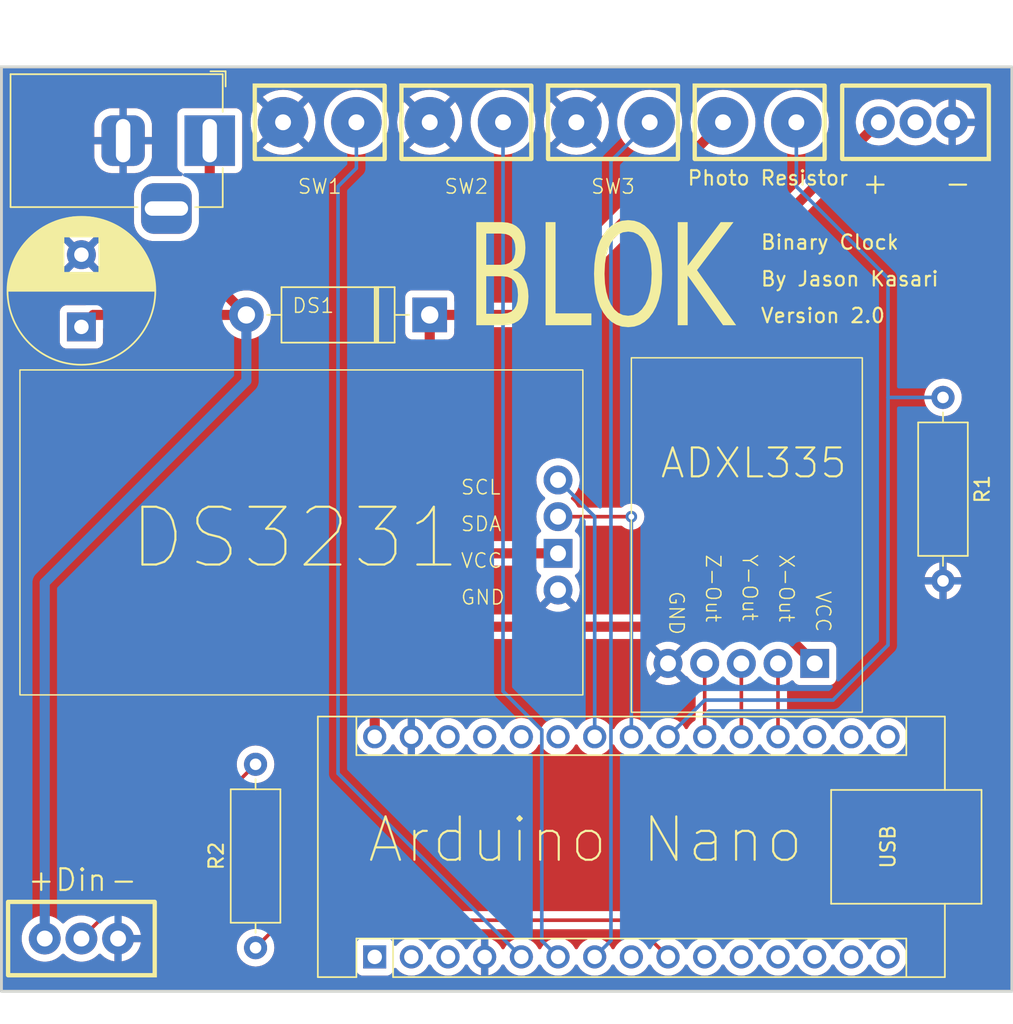
<source format=kicad_pcb>
(kicad_pcb (version 20221018) (generator pcbnew)
  (layers (0 "F.Cu" signal) (31 "B.Cu" signal) (34 "B.Paste" user) (35 "F.Paste" user) (36 "B.SilkS" user "B.Silkscreen") (37 "F.SilkS" user "F.Silkscreen") (38 "B.Mask" user) (39 "F.Mask" user) (44 "Edge.Cuts" user))
  (net 0 "")
  (net 4 "GND")
  (net 6 "/MTRX_DATA")
  (net 16 "/PR_DATA")
  (net 17 "/SDA")
  (net 18 "/SCL")
  (net 23 "/5v_VIN")
  (net 24 "Net-(WS1-Data)")
  (net 26 "/BTN1")
  (net 27 "/BTN2")
  (net 28 "/BTN3")
  (net 29 "/XOUT")
  (net 30 "/YOUT")
  (net 31 "/ZOUT")
  (footprint "Resistor_THT:R_Axial_DIN0309_L9.0mm_D3.2mm_P12.70mm_Horizontal" (layer "F.Cu") (at 141.605 133.985 90)
    (fp_text reference "R2" (at 6.35 -2.72 90) (layer "F.SilkS"))
    (fp_text value "R")
    (fp_line (start 1.04 0) (end 1.73 0) (stroke (width 0.12)) (layer "F.SilkS"))
    (fp_line (start 1.73 -1.72) (end 1.73 1.72) (stroke (width 0.12)) (layer "F.SilkS"))
    (fp_line (start 1.73 1.72) (end 10.97 1.72) (stroke (width 0.12)) (layer "F.SilkS"))
    (fp_line (start 10.97 -1.72) (end 1.73 -1.72) (stroke (width 0.12)) (layer "F.SilkS"))
    (fp_line (start 10.97 1.72) (end 10.97 -1.72) (stroke (width 0.12)) (layer "F.SilkS"))
    (fp_line (start 11.66 0) (end 10.97 0) (stroke (width 0.12)) (layer "F.SilkS"))
    (pad "1" thru_hole circle (at 0 0 90) (size 1.6 1.6) (drill 0.8) (layers "*.Cu" "*.Mask") (net 6 "/MTRX_DATA"))
    (pad "2" thru_hole oval (at 12.7 0 90) (size 1.6 1.6) (drill 0.8) (layers "*.Cu" "*.Mask") (net 24 "Net-(WS1-Data)"))
  )
  (footprint "system_boards:double_solder_pad" (layer "F.Cu") (at 146.05 76.835)
    (fp_text reference "SW1" (at 0 4.445 unlocked) (layer "F.SilkS") (effects (font (thickness 0.1))))
    (fp_text value "button_1")
    (fp_rect (start -4.5 -2.54) (end 4.5 2.54) (stroke (width 0.3)) (fill none) (layer "F.SilkS"))
    (pad "1" thru_hole circle (at -2.54 0 90) (size 3.5 3.5) (drill 1.1) (layers "*.Cu" "*.Mask") (net 4 "GND"))
    (pad "2" thru_hole circle (at 2.54 0 90) (size 3.5 3.5) (drill 1.1) (layers "*.Cu" "*.Mask") (net 26 "/BTN1"))
  )
  (footprint "system_boards:double_solder_pad" (layer "F.Cu") (at 176.53 76.835)
    (fp_text reference "PR1" hide)
    (fp_text value "~")
    (fp_rect (start -4.5 -2.54) (end 4.5 2.54) (stroke (width 0.3)) (fill none) (layer "F.SilkS"))
    (pad "1" thru_hole circle (at -2.54 0 90) (size 3.5 3.5) (drill 1.1) (layers "*.Cu" "*.Mask") (net 23 "/5v_VIN"))
    (pad "2" thru_hole circle (at 2.54 0 90) (size 3.5 3.5) (drill 1.1) (layers "*.Cu" "*.Mask") (net 16 "/PR_DATA"))
  )
  (footprint "Diode_THT:D_DO-15_P12.70mm_Horizontal" (layer "F.Cu") (at 153.67 90.17 180)
    (fp_text reference "D1" hide)
    (fp_text value "D")
    (fp_line (start 1.44 0) (end 2.43 0) (stroke (width 0.12)) (layer "F.SilkS"))
    (fp_line (start 2.43 -1.92) (end 2.43 1.92) (stroke (width 0.12)) (layer "F.SilkS"))
    (fp_line (start 2.43 1.92) (end 10.27 1.92) (stroke (width 0.12)) (layer "F.SilkS"))
    (fp_line (start 3.57 -1.92) (end 3.57 1.92) (stroke (width 0.12)) (layer "F.SilkS"))
    (fp_line (start 3.69 -1.92) (end 3.69 1.92) (stroke (width 0.12)) (layer "F.SilkS"))
    (fp_line (start 3.81 -1.92) (end 3.81 1.92) (stroke (width 0.12)) (layer "F.SilkS"))
    (fp_line (start 10.27 -1.92) (end 2.43 -1.92) (stroke (width 0.12)) (layer "F.SilkS"))
    (fp_line (start 10.27 1.92) (end 10.27 -1.92) (stroke (width 0.12)) (layer "F.SilkS"))
    (fp_line (start 11.26 0) (end 10.27 0) (stroke (width 0.12)) (layer "F.SilkS"))
    (pad "1" thru_hole rect (at 0 0 180) (size 2.4 2.4) (drill 1.2) (layers "*.Cu" "*.Mask") (net 23 "/5v_VIN"))
    (pad "2" thru_hole oval (at 12.7 0 180) (size 2.4 2.4) (drill 1.2) (layers "*.Cu" "*.Mask") (net 23 "/5v_VIN"))
  )
  (footprint "Capacitor_THT:CP_Radial_D10.0mm_P5.00mm" (layer "F.Cu") (at 129.54 91 90)
    (fp_text reference "C1" hide)
    (fp_text value "C")
    (fp_line (start 2.5 -5.08) (end 2.5 5.08) (stroke (width 0.12)) (layer "F.SilkS"))
    (fp_line (start 2.54 -5.08) (end 2.54 5.08) (stroke (width 0.12)) (layer "F.SilkS"))
    (fp_line (start 2.58 -5.08) (end 2.58 5.08) (stroke (width 0.12)) (layer "F.SilkS"))
    (fp_line (start 2.62 -5.079) (end 2.62 5.079) (stroke (width 0.12)) (layer "F.SilkS"))
    (fp_line (start 2.66 -5.078) (end 2.66 5.078) (stroke (width 0.12)) (layer "F.SilkS"))
    (fp_line (start 2.7 -5.077) (end 2.7 5.077) (stroke (width 0.12)) (layer "F.SilkS"))
    (fp_line (start 2.74 -5.075) (end 2.74 5.075) (stroke (width 0.12)) (layer "F.SilkS"))
    (fp_line (start 2.78 -5.073) (end 2.78 5.073) (stroke (width 0.12)) (layer "F.SilkS"))
    (fp_line (start 2.82 -5.07) (end 2.82 5.07) (stroke (width 0.12)) (layer "F.SilkS"))
    (fp_line (start 2.86 -5.068) (end 2.86 5.068) (stroke (width 0.12)) (layer "F.SilkS"))
    (fp_line (start 2.9 -5.065) (end 2.9 5.065) (stroke (width 0.12)) (layer "F.SilkS"))
    (fp_line (start 2.94 -5.062) (end 2.94 5.062) (stroke (width 0.12)) (layer "F.SilkS"))
    (fp_line (start 2.98 -5.058) (end 2.98 5.058) (stroke (width 0.12)) (layer "F.SilkS"))
    (fp_line (start 3.02 -5.054) (end 3.02 5.054) (stroke (width 0.12)) (layer "F.SilkS"))
    (fp_line (start 3.06 -5.05) (end 3.06 5.05) (stroke (width 0.12)) (layer "F.SilkS"))
    (fp_line (start 3.1 -5.045) (end 3.1 5.045) (stroke (width 0.12)) (layer "F.SilkS"))
    (fp_line (start 3.14 -5.04) (end 3.14 5.04) (stroke (width 0.12)) (layer "F.SilkS"))
    (fp_line (start 3.18 -5.035) (end 3.18 5.035) (stroke (width 0.12)) (layer "F.SilkS"))
    (fp_line (start 3.221 -5.03) (end 3.221 5.03) (stroke (width 0.12)) (layer "F.SilkS"))
    (fp_line (start 3.261 -5.024) (end 3.261 5.024) (stroke (width 0.12)) (layer "F.SilkS"))
    (fp_line (start 3.301 -5.018) (end 3.301 5.018) (stroke (width 0.12)) (layer "F.SilkS"))
    (fp_line (start 3.341 -5.011) (end 3.341 5.011) (stroke (width 0.12)) (layer "F.SilkS"))
    (fp_line (start 3.381 -5.004) (end 3.381 5.004) (stroke (width 0.12)) (layer "F.SilkS"))
    (fp_line (start 3.421 -4.997) (end 3.421 4.997) (stroke (width 0.12)) (layer "F.SilkS"))
    (fp_line (start 3.461 -4.99) (end 3.461 4.99) (stroke (width 0.12)) (layer "F.SilkS"))
    (fp_line (start 3.501 -4.982) (end 3.501 4.982) (stroke (width 0.12)) (layer "F.SilkS"))
    (fp_line (start 3.541 -4.974) (end 3.541 4.974) (stroke (width 0.12)) (layer "F.SilkS"))
    (fp_line (start 3.581 -4.965) (end 3.581 4.965) (stroke (width 0.12)) (layer "F.SilkS"))
    (fp_line (start 3.621 -4.956) (end 3.621 4.956) (stroke (width 0.12)) (layer "F.SilkS"))
    (fp_line (start 3.661 -4.947) (end 3.661 4.947) (stroke (width 0.12)) (layer "F.SilkS"))
    (fp_line (start 3.701 -4.938) (end 3.701 4.938) (stroke (width 0.12)) (layer "F.SilkS"))
    (fp_line (start 3.741 -4.928) (end 3.741 4.928) (stroke (width 0.12)) (layer "F.SilkS"))
    (fp_line (start 3.781 -4.918) (end 3.781 -1.241) (stroke (width 0.12)) (layer "F.SilkS"))
    (fp_line (start 3.781 1.241) (end 3.781 4.918) (stroke (width 0.12)) (layer "F.SilkS"))
    (fp_line (start 3.821 -4.907) (end 3.821 -1.241) (stroke (width 0.12)) (layer "F.SilkS"))
    (fp_line (start 3.821 1.241) (end 3.821 4.907) (stroke (width 0.12)) (layer "F.SilkS"))
    (fp_line (start 3.861 -4.897) (end 3.861 -1.241) (stroke (width 0.12)) (layer "F.SilkS"))
    (fp_line (start 3.861 1.241) (end 3.861 4.897) (stroke (width 0.12)) (layer "F.SilkS"))
    (fp_line (start 3.901 -4.885) (end 3.901 -1.241) (stroke (width 0.12)) (layer "F.SilkS"))
    (fp_line (start 3.901 1.241) (end 3.901 4.885) (stroke (width 0.12)) (layer "F.SilkS"))
    (fp_line (start 3.941 -4.874) (end 3.941 -1.241) (stroke (width 0.12)) (layer "F.SilkS"))
    (fp_line (start 3.941 1.241) (end 3.941 4.874) (stroke (width 0.12)) (layer "F.SilkS"))
    (fp_line (start 3.981 -4.862) (end 3.981 -1.241) (stroke (width 0.12)) (layer "F.SilkS"))
    (fp_line (start 3.981 1.241) (end 3.981 4.862) (stroke (width 0.12)) (layer "F.SilkS"))
    (fp_line (start 4.021 -4.85) (end 4.021 -1.241) (stroke (width 0.12)) (layer "F.SilkS"))
    (fp_line (start 4.021 1.241) (end 4.021 4.85) (stroke (width 0.12)) (layer "F.SilkS"))
    (fp_line (start 4.061 -4.837) (end 4.061 -1.241) (stroke (width 0.12)) (layer "F.SilkS"))
    (fp_line (start 4.061 1.241) (end 4.061 4.837) (stroke (width 0.12)) (layer "F.SilkS"))
    (fp_line (start 4.101 -4.824) (end 4.101 -1.241) (stroke (width 0.12)) (layer "F.SilkS"))
    (fp_line (start 4.101 1.241) (end 4.101 4.824) (stroke (width 0.12)) (layer "F.SilkS"))
    (fp_line (start 4.141 -4.811) (end 4.141 -1.241) (stroke (width 0.12)) (layer "F.SilkS"))
    (fp_line (start 4.141 1.241) (end 4.141 4.811) (stroke (width 0.12)) (layer "F.SilkS"))
    (fp_line (start 4.181 -4.797) (end 4.181 -1.241) (stroke (width 0.12)) (layer "F.SilkS"))
    (fp_line (start 4.181 1.241) (end 4.181 4.797) (stroke (width 0.12)) (layer "F.SilkS"))
    (fp_line (start 4.221 -4.783) (end 4.221 -1.241) (stroke (width 0.12)) (layer "F.SilkS"))
    (fp_line (start 4.221 1.241) (end 4.221 4.783) (stroke (width 0.12)) (layer "F.SilkS"))
    (fp_line (start 4.261 -4.768) (end 4.261 -1.241) (stroke (width 0.12)) (layer "F.SilkS"))
    (fp_line (start 4.261 1.241) (end 4.261 4.768) (stroke (width 0.12)) (layer "F.SilkS"))
    (fp_line (start 4.301 -4.754) (end 4.301 -1.241) (stroke (width 0.12)) (layer "F.SilkS"))
    (fp_line (start 4.301 1.241) (end 4.301 4.754) (stroke (width 0.12)) (layer "F.SilkS"))
    (fp_line (start 4.341 -4.738) (end 4.341 -1.241) (stroke (width 0.12)) (layer "F.SilkS"))
    (fp_line (start 4.341 1.241) (end 4.341 4.738) (stroke (width 0.12)) (layer "F.SilkS"))
    (fp_line (start 4.381 -4.723) (end 4.381 -1.241) (stroke (width 0.12)) (layer "F.SilkS"))
    (fp_line (start 4.381 1.241) (end 4.381 4.723) (stroke (width 0.12)) (layer "F.SilkS"))
    (fp_line (start 4.421 -4.707) (end 4.421 -1.241) (stroke (width 0.12)) (layer "F.SilkS"))
    (fp_line (start 4.421 1.241) (end 4.421 4.707) (stroke (width 0.12)) (layer "F.SilkS"))
    (fp_line (start 4.461 -4.69) (end 4.461 -1.241) (stroke (width 0.12)) (layer "F.SilkS"))
    (fp_line (start 4.461 1.241) (end 4.461 4.69) (stroke (width 0.12)) (layer "F.SilkS"))
    (fp_line (start 4.501 -4.674) (end 4.501 -1.241) (stroke (width 0.12)) (layer "F.SilkS"))
    (fp_line (start 4.501 1.241) (end 4.501 4.674) (stroke (width 0.12)) (layer "F.SilkS"))
    (fp_line (start 4.541 -4.657) (end 4.541 -1.241) (stroke (width 0.12)) (layer "F.SilkS"))
    (fp_line (start 4.541 1.241) (end 4.541 4.657) (stroke (width 0.12)) (layer "F.SilkS"))
    (fp_line (start 4.581 -4.639) (end 4.581 -1.241) (stroke (width 0.12)) (layer "F.SilkS"))
    (fp_line (start 4.581 1.241) (end 4.581 4.639) (stroke (width 0.12)) (layer "F.SilkS"))
    (fp_line (start 4.621 -4.621) (end 4.621 -1.241) (stroke (width 0.12)) (layer "F.SilkS"))
    (fp_line (start 4.621 1.241) (end 4.621 4.621) (stroke (width 0.12)) (layer "F.SilkS"))
    (fp_line (start 4.661 -4.603) (end 4.661 -1.241) (stroke (width 0.12)) (layer "F.SilkS"))
    (fp_line (start 4.661 1.241) (end 4.661 4.603) (stroke (width 0.12)) (layer "F.SilkS"))
    (fp_line (start 4.701 -4.584) (end 4.701 -1.241) (stroke (width 0.12)) (layer "F.SilkS"))
    (fp_line (start 4.701 1.241) (end 4.701 4.584) (stroke (width 0.12)) (layer "F.SilkS"))
    (fp_line (start 4.741 -4.564) (end 4.741 -1.241) (stroke (width 0.12)) (layer "F.SilkS"))
    (fp_line (start 4.741 1.241) (end 4.741 4.564) (stroke (width 0.12)) (layer "F.SilkS"))
    (fp_line (start 4.781 -4.545) (end 4.781 -1.241) (stroke (width 0.12)) (layer "F.SilkS"))
    (fp_line (start 4.781 1.241) (end 4.781 4.545) (stroke (width 0.12)) (layer "F.SilkS"))
    (fp_line (start 4.821 -4.525) (end 4.821 -1.241) (stroke (width 0.12)) (layer "F.SilkS"))
    (fp_line (start 4.821 1.241) (end 4.821 4.525) (stroke (width 0.12)) (layer "F.SilkS"))
    (fp_line (start 4.861 -4.504) (end 4.861 -1.241) (stroke (width 0.12)) (layer "F.SilkS"))
    (fp_line (start 4.861 1.241) (end 4.861 4.504) (stroke (width 0.12)) (layer "F.SilkS"))
    (fp_line (start 4.901 -4.483) (end 4.901 -1.241) (stroke (width 0.12)) (layer "F.SilkS"))
    (fp_line (start 4.901 1.241) (end 4.901 4.483) (stroke (width 0.12)) (layer "F.SilkS"))
    (fp_line (start 4.941 -4.462) (end 4.941 -1.241) (stroke (width 0.12)) (layer "F.SilkS"))
    (fp_line (start 4.941 1.241) (end 4.941 4.462) (stroke (width 0.12)) (layer "F.SilkS"))
    (fp_line (start 4.981 -4.44) (end 4.981 -1.241) (stroke (width 0.12)) (layer "F.SilkS"))
    (fp_line (start 4.981 1.241) (end 4.981 4.44) (stroke (width 0.12)) (layer "F.SilkS"))
    (fp_line (start 5.021 -4.417) (end 5.021 -1.241) (stroke (width 0.12)) (layer "F.SilkS"))
    (fp_line (start 5.021 1.241) (end 5.021 4.417) (stroke (width 0.12)) (layer "F.SilkS"))
    (fp_line (start 5.061 -4.395) (end 5.061 -1.241) (stroke (width 0.12)) (layer "F.SilkS"))
    (fp_line (start 5.061 1.241) (end 5.061 4.395) (stroke (width 0.12)) (layer "F.SilkS"))
    (fp_line (start 5.101 -4.371) (end 5.101 -1.241) (stroke (width 0.12)) (layer "F.SilkS"))
    (fp_line (start 5.101 1.241) (end 5.101 4.371) (stroke (width 0.12)) (layer "F.SilkS"))
    (fp_line (start 5.141 -4.347) (end 5.141 -1.241) (stroke (width 0.12)) (layer "F.SilkS"))
    (fp_line (start 5.141 1.241) (end 5.141 4.347) (stroke (width 0.12)) (layer "F.SilkS"))
    (fp_line (start 5.181 -4.323) (end 5.181 -1.241) (stroke (width 0.12)) (layer "F.SilkS"))
    (fp_line (start 5.181 1.241) (end 5.181 4.323) (stroke (width 0.12)) (layer "F.SilkS"))
    (fp_line (start 5.221 -4.298) (end 5.221 -1.241) (stroke (width 0.12)) (layer "F.SilkS"))
    (fp_line (start 5.221 1.241) (end 5.221 4.298) (stroke (width 0.12)) (layer "F.SilkS"))
    (fp_line (start 5.261 -4.273) (end 5.261 -1.241) (stroke (width 0.12)) (layer "F.SilkS"))
    (fp_line (start 5.261 1.241) (end 5.261 4.273) (stroke (width 0.12)) (layer "F.SilkS"))
    (fp_line (start 5.301 -4.247) (end 5.301 -1.241) (stroke (width 0.12)) (layer "F.SilkS"))
    (fp_line (start 5.301 1.241) (end 5.301 4.247) (stroke (width 0.12)) (layer "F.SilkS"))
    (fp_line (start 5.341 -4.221) (end 5.341 -1.241) (stroke (width 0.12)) (layer "F.SilkS"))
    (fp_line (start 5.341 1.241) (end 5.341 4.221) (stroke (width 0.12)) (layer "F.SilkS"))
    (fp_line (start 5.381 -4.194) (end 5.381 -1.241) (stroke (width 0.12)) (layer "F.SilkS"))
    (fp_line (start 5.381 1.241) (end 5.381 4.194) (stroke (width 0.12)) (layer "F.SilkS"))
    (fp_line (start 5.421 -4.166) (end 5.421 -1.241) (stroke (width 0.12)) (layer "F.SilkS"))
    (fp_line (start 5.421 1.241) (end 5.421 4.166) (stroke (width 0.12)) (layer "F.SilkS"))
    (fp_line (start 5.461 -4.138) (end 5.461 -1.241) (stroke (width 0.12)) (layer "F.SilkS"))
    (fp_line (start 5.461 1.241) (end 5.461 4.138) (stroke (width 0.12)) (layer "F.SilkS"))
    (fp_line (start 5.501 -4.11) (end 5.501 -1.241) (stroke (width 0.12)) (layer "F.SilkS"))
    (fp_line (start 5.501 1.241) (end 5.501 4.11) (stroke (width 0.12)) (layer "F.SilkS"))
    (fp_line (start 5.541 -4.08) (end 5.541 -1.241) (stroke (width 0.12)) (layer "F.SilkS"))
    (fp_line (start 5.541 1.241) (end 5.541 4.08) (stroke (width 0.12)) (layer "F.SilkS"))
    (fp_line (start 5.581 -4.05) (end 5.581 -1.241) (stroke (width 0.12)) (layer "F.SilkS"))
    (fp_line (start 5.581 1.241) (end 5.581 4.05) (stroke (width 0.12)) (layer "F.SilkS"))
    (fp_line (start 5.621 -4.02) (end 5.621 -1.241) (stroke (width 0.12)) (layer "F.SilkS"))
    (fp_line (start 5.621 1.241) (end 5.621 4.02) (stroke (width 0.12)) (layer "F.SilkS"))
    (fp_line (start 5.661 -3.989) (end 5.661 -1.241) (stroke (width 0.12)) (layer "F.SilkS"))
    (fp_line (start 5.661 1.241) (end 5.661 3.989) (stroke (width 0.12)) (layer "F.SilkS"))
    (fp_line (start 5.701 -3.957) (end 5.701 -1.241) (stroke (width 0.12)) (layer "F.SilkS"))
    (fp_line (start 5.701 1.241) (end 5.701 3.957) (stroke (width 0.12)) (layer "F.SilkS"))
    (fp_line (start 5.741 -3.925) (end 5.741 -1.241) (stroke (width 0.12)) (layer "F.SilkS"))
    (fp_line (start 5.741 1.241) (end 5.741 3.925) (stroke (width 0.12)) (layer "F.SilkS"))
    (fp_line (start 5.781 -3.892) (end 5.781 -1.241) (stroke (width 0.12)) (layer "F.SilkS"))
    (fp_line (start 5.781 1.241) (end 5.781 3.892) (stroke (width 0.12)) (layer "F.SilkS"))
    (fp_line (start 5.821 -3.858) (end 5.821 -1.241) (stroke (width 0.12)) (layer "F.SilkS"))
    (fp_line (start 5.821 1.241) (end 5.821 3.858) (stroke (width 0.12)) (layer "F.SilkS"))
    (fp_line (start 5.861 -3.824) (end 5.861 -1.241) (stroke (width 0.12)) (layer "F.SilkS"))
    (fp_line (start 5.861 1.241) (end 5.861 3.824) (stroke (width 0.12)) (layer "F.SilkS"))
    (fp_line (start 5.901 -3.789) (end 5.901 -1.241) (stroke (width 0.12)) (layer "F.SilkS"))
    (fp_line (start 5.901 1.241) (end 5.901 3.789) (stroke (width 0.12)) (layer "F.SilkS"))
    (fp_line (start 5.941 -3.753) (end 5.941 -1.241) (stroke (width 0.12)) (layer "F.SilkS"))
    (fp_line (start 5.941 1.241) (end 5.941 3.753) (stroke (width 0.12)) (layer "F.SilkS"))
    (fp_line (start 5.981 -3.716) (end 5.981 -1.241) (stroke (width 0.12)) (layer "F.SilkS"))
    (fp_line (start 5.981 1.241) (end 5.981 3.716) (stroke (width 0.12)) (layer "F.SilkS"))
    (fp_line (start 6.021 -3.679) (end 6.021 -1.241) (stroke (width 0.12)) (layer "F.SilkS"))
    (fp_line (start 6.021 1.241) (end 6.021 3.679) (stroke (width 0.12)) (layer "F.SilkS"))
    (fp_line (start 6.061 -3.64) (end 6.061 -1.241) (stroke (width 0.12)) (layer "F.SilkS"))
    (fp_line (start 6.061 1.241) (end 6.061 3.64) (stroke (width 0.12)) (layer "F.SilkS"))
    (fp_line (start 6.101 -3.601) (end 6.101 -1.241) (stroke (width 0.12)) (layer "F.SilkS"))
    (fp_line (start 6.101 1.241) (end 6.101 3.601) (stroke (width 0.12)) (layer "F.SilkS"))
    (fp_line (start 6.141 -3.561) (end 6.141 -1.241) (stroke (width 0.12)) (layer "F.SilkS"))
    (fp_line (start 6.141 1.241) (end 6.141 3.561) (stroke (width 0.12)) (layer "F.SilkS"))
    (fp_line (start 6.181 -3.52) (end 6.181 -1.241) (stroke (width 0.12)) (layer "F.SilkS"))
    (fp_line (start 6.181 1.241) (end 6.181 3.52) (stroke (width 0.12)) (layer "F.SilkS"))
    (fp_line (start 6.221 -3.478) (end 6.221 -1.241) (stroke (width 0.12)) (layer "F.SilkS"))
    (fp_line (start 6.221 1.241) (end 6.221 3.478) (stroke (width 0.12)) (layer "F.SilkS"))
    (fp_line (start 6.261 -3.436) (end 6.261 3.436) (stroke (width 0.12)) (layer "F.SilkS"))
    (fp_line (start 6.301 -3.392) (end 6.301 3.392) (stroke (width 0.12)) (layer "F.SilkS"))
    (fp_line (start 6.341 -3.347) (end 6.341 3.347) (stroke (width 0.12)) (layer "F.SilkS"))
    (fp_line (start 6.381 -3.301) (end 6.381 3.301) (stroke (width 0.12)) (layer "F.SilkS"))
    (fp_line (start 6.421 -3.254) (end 6.421 3.254) (stroke (width 0.12)) (layer "F.SilkS"))
    (fp_line (start 6.461 -3.206) (end 6.461 3.206) (stroke (width 0.12)) (layer "F.SilkS"))
    (fp_line (start 6.501 -3.156) (end 6.501 3.156) (stroke (width 0.12)) (layer "F.SilkS"))
    (fp_line (start 6.541 -3.106) (end 6.541 3.106) (stroke (width 0.12)) (layer "F.SilkS"))
    (fp_line (start 6.581 -3.054) (end 6.581 3.054) (stroke (width 0.12)) (layer "F.SilkS"))
    (fp_line (start 6.621 -3) (end 6.621 3) (stroke (width 0.12)) (layer "F.SilkS"))
    (fp_line (start 6.661 -2.945) (end 6.661 2.945) (stroke (width 0.12)) (layer "F.SilkS"))
    (fp_line (start 6.701 -2.889) (end 6.701 2.889) (stroke (width 0.12)) (layer "F.SilkS"))
    (fp_line (start 6.741 -2.83) (end 6.741 2.83) (stroke (width 0.12)) (layer "F.SilkS"))
    (fp_line (start 6.781 -2.77) (end 6.781 2.77) (stroke (width 0.12)) (layer "F.SilkS"))
    (fp_line (start 6.821 -2.709) (end 6.821 2.709) (stroke (width 0.12)) (layer "F.SilkS"))
    (fp_line (start 6.861 -2.645) (end 6.861 2.645) (stroke (width 0.12)) (layer "F.SilkS"))
    (fp_line (start 6.901 -2.579) (end 6.901 2.579) (stroke (width 0.12)) (layer "F.SilkS"))
    (fp_line (start 6.941 -2.51) (end 6.941 2.51) (stroke (width 0.12)) (layer "F.SilkS"))
    (fp_line (start 6.981 -2.439) (end 6.981 2.439) (stroke (width 0.12)) (layer "F.SilkS"))
    (fp_line (start 7.021 -2.365) (end 7.021 2.365) (stroke (width 0.12)) (layer "F.SilkS"))
    (fp_line (start 7.061 -2.289) (end 7.061 2.289) (stroke (width 0.12)) (layer "F.SilkS"))
    (fp_line (start 7.101 -2.209) (end 7.101 2.209) (stroke (width 0.12)) (layer "F.SilkS"))
    (fp_line (start 7.141 -2.125) (end 7.141 2.125) (stroke (width 0.12)) (layer "F.SilkS"))
    (fp_line (start 7.181 -2.037) (end 7.181 2.037) (stroke (width 0.12)) (layer "F.SilkS"))
    (fp_line (start 7.221 -1.944) (end 7.221 1.944) (stroke (width 0.12)) (layer "F.SilkS"))
    (fp_line (start 7.261 -1.846) (end 7.261 1.846) (stroke (width 0.12)) (layer "F.SilkS"))
    (fp_line (start 7.301 -1.742) (end 7.301 1.742) (stroke (width 0.12)) (layer "F.SilkS"))
    (fp_line (start 7.341 -1.63) (end 7.341 1.63) (stroke (width 0.12)) (layer "F.SilkS"))
    (fp_line (start 7.381 -1.51) (end 7.381 1.51) (stroke (width 0.12)) (layer "F.SilkS"))
    (fp_line (start 7.421 -1.378) (end 7.421 1.378) (stroke (width 0.12)) (layer "F.SilkS"))
    (fp_line (start 7.461 -1.23) (end 7.461 1.23) (stroke (width 0.12)) (layer "F.SilkS"))
    (fp_line (start 7.501 -1.062) (end 7.501 1.062) (stroke (width 0.12)) (layer "F.SilkS"))
    (fp_line (start 7.541 -0.862) (end 7.541 0.862) (stroke (width 0.12)) (layer "F.SilkS"))
    (fp_line (start 7.581 -0.599) (end 7.581 0.599) (stroke (width 0.12)) (layer "F.SilkS"))
    (fp_circle (center 2.5 0) (end 7.62 0) (stroke (width 0.12)) (fill none) (layer "F.SilkS"))
    (pad "1" thru_hole rect (at 0 0 90) (size 2 2) (drill 1) (layers "*.Cu" "*.Mask") (net 23 "/5v_VIN"))
    (pad "2" thru_hole circle (at 5 0 90) (size 2 2) (drill 1) (layers "*.Cu" "*.Mask") (net 4 "GND"))
  )
  (footprint "Resistor_THT:R_Axial_DIN0309_L9.0mm_D3.2mm_P12.70mm_Horizontal" (layer "F.Cu") (at 189.23 95.885 -90)
    (fp_text reference "R1" (at 6.35 -2.72 90) (layer "F.SilkS"))
    (fp_text value "R")
    (fp_line (start 1.04 0) (end 1.73 0) (stroke (width 0.12)) (layer "F.SilkS"))
    (fp_line (start 1.73 -1.72) (end 1.73 1.72) (stroke (width 0.12)) (layer "F.SilkS"))
    (fp_line (start 1.73 1.72) (end 10.97 1.72) (stroke (width 0.12)) (layer "F.SilkS"))
    (fp_line (start 10.97 -1.72) (end 1.73 -1.72) (stroke (width 0.12)) (layer "F.SilkS"))
    (fp_line (start 10.97 1.72) (end 10.97 -1.72) (stroke (width 0.12)) (layer "F.SilkS"))
    (fp_line (start 11.66 0) (end 10.97 0) (stroke (width 0.12)) (layer "F.SilkS"))
    (pad "1" thru_hole circle (at 0 0 270) (size 1.6 1.6) (drill 0.8) (layers "*.Cu" "*.Mask") (net 16 "/PR_DATA"))
    (pad "2" thru_hole oval (at 12.7 0 270) (size 1.6 1.6) (drill 0.8) (layers "*.Cu" "*.Mask") (net 4 "GND"))
  )
  (footprint "system_boards:ADXL3335" (layer "F.Cu") (at 177.8 104.14 -90)
    (fp_text reference "ADXL2" hide)
    (fp_text value "~")
    (fp_text user "Y-Out" (at 2.54 2.54 -90 unlocked) (layer "F.SilkS") (effects (font (thickness 0.1)) (justify left bottom)))
    (fp_text user "Z-Out" (at 2.54 5.08 -90 unlocked) (layer "F.SilkS") (effects (font (thickness 0.1)) (justify left bottom)))
    (fp_text user "GND" (at 5.08 7.62 -90 unlocked) (layer "F.SilkS") (effects (font (thickness 0.1)) (justify left bottom)))
    (fp_text user "X-Out" (at 2.54 0 -90 unlocked) (layer "F.SilkS") (effects (font (thickness 0.1)) (justify left bottom)))
    (fp_text user "VCC" (at 5.08 -2.54 -90 unlocked) (layer "F.SilkS") (effects (font (thickness 0.1)) (justify left bottom)))
    (fp_rect (start -11 -5.84) (end 13.54 10.16) (stroke (width 0.1)) (fill none) (layer "F.SilkS"))
    (pad "1" thru_hole rect (at 10.16 -2.54 270) (size 2 2) (drill 1.1) (layers "*.Cu" "*.Mask") (net 23 "/5v_VIN"))
    (pad "2" thru_hole circle (at 10.16 0 270) (size 2 2) (drill 1.1) (layers "*.Cu" "*.Mask") (net 29 "/XOUT"))
    (pad "3" thru_hole circle (at 10.16 2.54 270) (size 2 2) (drill 1.1) (layers "*.Cu" "*.Mask") (net 30 "/YOUT"))
    (pad "4" thru_hole circle (at 10.16 5.08 270) (size 2 2) (drill 1.1) (layers "*.Cu" "*.Mask") (net 31 "/ZOUT"))
    (pad "5" thru_hole circle (at 10.16 7.62 270) (size 2 2) (drill 1.1) (layers "*.Cu" "*.Mask") (net 4 "GND"))
  )
  (footprint "Module:Arduino_Nano" (layer "F.Cu") (at 149.86 134.62 90)
    (fp_text reference "A1" hide)
    (fp_text value "Arduino_Nano_Every")
    (fp_text user "USB" (at 7.62 35.56 90 unlocked) (layer "F.SilkS"))
    (fp_line (start -1.4 -3.94) (end -1.4 -1.27) (stroke (width 0.12)) (layer "F.SilkS"))
    (fp_line (start -1.4 1.27) (end -1.4 39.5) (stroke (width 0.12)) (layer "F.SilkS"))
    (fp_line (start -1.4 39.5) (end 3.68 39.5) (stroke (width 0.12)) (layer "F.SilkS"))
    (fp_line (start 1.27 -1.27) (end -1.4 -1.27) (stroke (width 0.12)) (layer "F.SilkS"))
    (fp_line (start 1.27 1.27) (end -1.4 1.27) (stroke (width 0.12)) (layer "F.SilkS"))
    (fp_line (start 1.27 1.27) (end 1.27 -1.27) (stroke (width 0.12)) (layer "F.SilkS"))
    (fp_line (start 1.27 1.27) (end 1.27 36.83) (stroke (width 0.12)) (layer "F.SilkS"))
    (fp_line (start 1.27 36.83) (end -1.4 36.83) (stroke (width 0.12)) (layer "F.SilkS"))
    (fp_line (start 3.68 31.62) (end 11.56 31.62) (stroke (width 0.12)) (layer "F.SilkS"))
    (fp_line (start 3.68 42.04) (end 3.68 31.62) (stroke (width 0.12)) (layer "F.SilkS"))
    (fp_line (start 11.56 31.62) (end 11.56 42.04) (stroke (width 0.12)) (layer "F.SilkS"))
    (fp_line (start 11.56 42.04) (end 3.68 42.04) (stroke (width 0.12)) (layer "F.SilkS"))
    (fp_line (start 13.97 -1.27) (end 13.97 36.83) (stroke (width 0.12)) (layer "F.SilkS"))
    (fp_line (start 13.97 -1.27) (end 16.64 -1.27) (stroke (width 0.12)) (layer "F.SilkS"))
    (fp_line (start 13.97 36.83) (end 16.64 36.83) (stroke (width 0.12)) (layer "F.SilkS"))
    (fp_line (start 16.64 -3.94) (end -1.4 -3.94) (stroke (width 0.12)) (layer "F.SilkS"))
    (fp_line (start 16.64 39.5) (end 11.56 39.5) (stroke (width 0.12)) (layer "F.SilkS"))
    (fp_line (start 16.64 39.5) (end 16.64 -3.94) (stroke (width 0.12)) (layer "F.SilkS"))
    (pad "1" thru_hole rect (at 0 0 90) (size 1.6 1.6) (drill 1) (layers "*.Cu" "*.Mask"))
    (pad "2" thru_hole oval (at 0 2.54 90) (size 1.6 1.6) (drill 1) (layers "*.Cu" "*.Mask"))
    (pad "3" thru_hole oval (at 0 5.08 90) (size 1.6 1.6) (drill 1) (layers "*.Cu" "*.Mask"))
    (pad "4" thru_hole oval (at 0 7.62 90) (size 1.6 1.6) (drill 1) (layers "*.Cu" "*.Mask") (net 4 "GND"))
    (pad "5" thru_hole oval (at 0 10.16 90) (size 1.6 1.6) (drill 1) (layers "*.Cu" "*.Mask") (net 26 "/BTN1"))
    (pad "6" thru_hole oval (at 0 12.7 90) (size 1.6 1.6) (drill 1) (layers "*.Cu" "*.Mask") (net 27 "/BTN2"))
    (pad "7" thru_hole oval (at 0 15.24 90) (size 1.6 1.6) (drill 1) (layers "*.Cu" "*.Mask") (net 28 "/BTN3"))
    (pad "8" thru_hole oval (at 0 17.78 90) (size 1.6 1.6) (drill 1) (layers "*.Cu" "*.Mask"))
    (pad "9" thru_hole oval (at 0 20.32 90) (size 1.6 1.6) (drill 1) (layers "*.Cu" "*.Mask") (net 6 "/MTRX_DATA"))
    (pad "10" thru_hole oval (at 0 22.86 90) (size 1.6 1.6) (drill 1) (layers "*.Cu" "*.Mask"))
    (pad "11" thru_hole oval (at 0 25.4 90) (size 1.6 1.6) (drill 1) (layers "*.Cu" "*.Mask"))
    (pad "12" thru_hole oval (at 0 27.94 90) (size 1.6 1.6) (drill 1) (layers "*.Cu" "*.Mask"))
    (pad "13" thru_hole oval (at 0 30.48 90) (size 1.6 1.6) (drill 1) (layers "*.Cu" "*.Mask"))
    (pad "14" thru_hole oval (at 0 33.02 90) (size 1.6 1.6) (drill 1) (layers "*.Cu" "*.Mask"))
    (pad "15" thru_hole oval (at 0 35.56 90) (size 1.6 1.6) (drill 1) (layers "*.Cu" "*.Mask"))
    (pad "16" thru_hole oval (at 15.24 35.56 90) (size 1.6 1.6) (drill 1) (layers "*.Cu" "*.Mask"))
    (pad "17" thru_hole oval (at 15.24 33.02 90) (size 1.6 1.6) (drill 1) (layers "*.Cu" "*.Mask"))
    (pad "18" thru_hole oval (at 15.24 30.48 90) (size 1.6 1.6) (drill 1) (layers "*.Cu" "*.Mask"))
    (pad "19" thru_hole oval (at 15.24 27.94 90) (size 1.6 1.6) (drill 1) (layers "*.Cu" "*.Mask") (net 29 "/XOUT"))
    (pad "20" thru_hole oval (at 15.24 25.4 90) (size 1.6 1.6) (drill 1) (layers "*.Cu" "*.Mask") (net 30 "/YOUT"))
    (pad "21" thru_hole oval (at 15.24 22.86 90) (size 1.6 1.6) (drill 1) (layers "*.Cu" "*.Mask") (net 31 "/ZOUT"))
    (pad "22" thru_hole oval (at 15.24 20.32 90) (size 1.6 1.6) (drill 1) (layers "*.Cu" "*.Mask") (net 16 "/PR_DATA"))
    (pad "23" thru_hole oval (at 15.24 17.78 90) (size 1.6 1.6) (drill 1) (layers "*.Cu" "*.Mask") (net 17 "/SDA"))
    (pad "24" thru_hole oval (at 15.24 15.24 90) (size 1.6 1.6) (drill 1) (layers "*.Cu" "*.Mask") (net 18 "/SCL"))
    (pad "25" thru_hole oval (at 15.24 12.7 90) (size 1.6 1.6) (drill 1) (layers "*.Cu" "*.Mask"))
    (pad "26" thru_hole oval (at 15.24 10.16 90) (size 1.6 1.6) (drill 1) (layers "*.Cu" "*.Mask"))
    (pad "27" thru_hole oval (at 15.24 7.62 90) (size 1.6 1.6) (drill 1) (layers "*.Cu" "*.Mask"))
    (pad "28" thru_hole oval (at 15.24 5.08 90) (size 1.6 1.6) (drill 1) (layers "*.Cu" "*.Mask"))
    (pad "29" thru_hole oval (at 15.24 2.54 90) (size 1.6 1.6) (drill 1) (layers "*.Cu" "*.Mask") (net 4 "GND"))
    (pad "30" thru_hole oval (at 15.24 0 90) (size 1.6 1.6) (drill 1) (layers "*.Cu" "*.Mask") (net 23 "/5v_VIN"))
  )
  (footprint "system_boards:WS2812_matrix" (layer "F.Cu") (at 187.325 76.835 180)
    (fp_text reference "WS2" hide)
    (fp_text value "~")
    (fp_rect (start -5.08 -2.54) (end 5.08 2.54) (stroke (width 0.3)) (fill none) (layer "F.SilkS"))
    (pad "1" thru_hole circle (at -2.54 0 270) (size 2.2 2.2) (drill 1.1) (layers "*.Cu" "*.Mask") (net 4 "GND"))
    (pad "2" thru_hole circle (at 0 0 270) (size 2.2 2.2) (drill 1.1) (layers "*.Cu" "*.Mask"))
    (pad "3" thru_hole circle (at 2.54 0 270) (size 2.2 2.2) (drill 1.1) (layers "*.Cu" "*.Mask") (net 23 "/5v_VIN"))
  )
  (footprint "system_boards:WS2812_matrix" (layer "F.Cu") (at 129.54 133.35 180)
    (fp_text reference "WS1" hide)
    (fp_text value "~")
    (fp_rect (start -5.08 -2.54) (end 5.08 2.54) (stroke (width 0.3)) (fill none) (layer "F.SilkS"))
    (pad "1" thru_hole circle (at -2.54 0 270) (size 2.2 2.2) (drill 1.1) (layers "*.Cu" "*.Mask") (net 4 "GND"))
    (pad "2" thru_hole circle (at 0 0 270) (size 2.2 2.2) (drill 1.1) (layers "*.Cu" "*.Mask") (net 24 "Net-(WS1-Data)"))
    (pad "3" thru_hole circle (at 2.54 0 270) (size 2.2 2.2) (drill 1.1) (layers "*.Cu" "*.Mask") (net 23 "/5v_VIN"))
  )
  (footprint "system_boards:D3231" (layer "F.Cu") (at 145.6 105.23)
    (fp_text reference "DS1" (at 0 -15.7 unlocked) (layer "F.SilkS") (effects (font (thickness 0.1))))
    (fp_text value "~")
    (fp_text user "VCC" (at 10.16 2.54 unlocked) (layer "F.SilkS") (effects (font (thickness 0.1)) (justify left bottom)))
    (fp_text user "GND" (at 10.16 5.08 unlocked) (layer "F.SilkS") (effects (font (thickness 0.1)) (justify left bottom)))
    (fp_text user "SCL" (at 10.16 -2.54 unlocked) (layer "F.SilkS") (effects (font (thickness 0.1)) (justify left bottom)))
    (fp_text user "SDA" (at 10.16 0 unlocked) (layer "F.SilkS") (effects (font (thickness 0.1)) (justify left bottom)))
    (fp_rect (start -20.32 11.25) (end 18.68 -11.25) (stroke (width 0.1)) (fill none) (layer "F.SilkS"))
    (pad "1" thru_hole circle (at 16.96 -3.63) (size 2 2) (drill 1.1) (layers "*.Cu" "*.Mask") (net 18 "/SCL"))
    (pad "2" thru_hole circle (at 16.96 -1.09) (size 2 2) (drill 1.1) (layers "*.Cu" "*.Mask") (net 17 "/SDA"))
    (pad "3" thru_hole rect (at 16.96 1.45) (size 2 2) (drill 1.1) (layers "*.Cu" "*.Mask") (net 23 "/5v_VIN"))
    (pad "4" thru_hole circle (at 16.96 3.99) (size 2 2) (drill 1.1) (layers "*.Cu" "*.Mask") (net 4 "GND"))
  )
  (footprint "Connector_BarrelJack:BarrelJack_Horizontal" (layer "F.Cu") (at 138.43 78.105)
    (fp_text reference "J1" hide)
    (fp_text value "Barrel_Jack")
    (fp_line (start -13.8 -4.6) (end 0.9 -4.6) (stroke (width 0.12)) (layer "F.SilkS"))
    (fp_line (start -13.8 4.6) (end -13.8 -4.6) (stroke (width 0.12)) (layer "F.SilkS"))
    (fp_line (start -5 4.6) (end -13.8 4.6) (stroke (width 0.12)) (layer "F.SilkS"))
    (fp_line (start 0.05 -4.8) (end 1.1 -4.8) (stroke (width 0.12)) (layer "F.SilkS"))
    (fp_line (start 0.9 -4.6) (end 0.9 -2) (stroke (width 0.12)) (layer "F.SilkS"))
    (fp_line (start 0.9 1.9) (end 0.9 4.6) (stroke (width 0.12)) (layer "F.SilkS"))
    (fp_line (start 0.9 4.6) (end -1 4.6) (stroke (width 0.12)) (layer "F.SilkS"))
    (fp_line (start 1.1 -3.75) (end 1.1 -4.8) (stroke (width 0.12)) (layer "F.SilkS"))
    (pad "1" thru_hole rect (at 0 0) (size 3.5 3.5) (drill oval 1 3) (layers "*.Cu" "*.Mask") (net 23 "/5v_VIN"))
    (pad "2" thru_hole roundrect (at -6 0) (size 3 3.5) (drill oval 1 3) (layers "*.Cu" "*.Mask") (net 4 "GND"))
    (pad "3" thru_hole roundrect (at -3 4.7) (size 3.5 3.5) (drill oval 3 1) (layers "*.Cu" "*.Mask"))
  )
  (footprint "system_boards:double_solder_pad" (layer "F.Cu") (at 166.37 76.835)
    (fp_text reference "SW3" (at 0 4.445 unlocked) (layer "F.SilkS") (effects (font (thickness 0.1))))
    (fp_text value "button_3")
    (fp_rect (start -4.5 -2.54) (end 4.5 2.54) (stroke (width 0.3)) (fill none) (layer "F.SilkS"))
    (pad "1" thru_hole circle (at -2.54 0 90) (size 3.5 3.5) (drill 1.1) (layers "*.Cu" "*.Mask") (net 4 "GND"))
    (pad "2" thru_hole circle (at 2.54 0 90) (size 3.5 3.5) (drill 1.1) (layers "*.Cu" "*.Mask") (net 28 "/BTN3"))
  )
  (footprint "system_boards:double_solder_pad" (layer "F.Cu") (at 156.21 76.835)
    (fp_text reference "SW2" (at 0 4.445 unlocked) (layer "F.SilkS") (effects (font (thickness 0.1))))
    (fp_text value "button_2")
    (fp_rect (start -4.5 -2.54) (end 4.5 2.54) (stroke (width 0.3)) (fill none) (layer "F.SilkS"))
    (pad "1" thru_hole circle (at -2.54 0 90) (size 3.5 3.5) (drill 1.1) (layers "*.Cu" "*.Mask") (net 4 "GND"))
    (pad "2" thru_hole circle (at 2.54 0 90) (size 3.5 3.5) (drill 1.1) (layers "*.Cu" "*.Mask") (net 27 "/BTN2"))
  )
  (gr_rect (start 124 73) (end 194 137) (stroke (width 0.2)) (fill none) (layer "Edge.Cuts"))
  (gr_text "Binary Clock" (at 176.53 85.725) (layer "F.SilkS") (effects (font (size 1 1)) (justify left bottom)))
  (gr_text "ADXL335" (at 169.545 101.6) (layer "F.SilkS") (effects (font (size 2 2)) (justify left bottom)))
  (gr_text "Version 2.0" (at 176.53 90.805) (layer "F.SilkS") (effects (font (size 1 1)) (justify left bottom)))
  (gr_text "+" (at 125.73 130.175) (layer "F.SilkS") (effects (font (size 1.5 1.5)) (justify left bottom)))
  (gr_text "Photo Resistor" (at 171.45 81.28) (layer "F.SilkS") (effects (font (size 1 1)) (justify left bottom)))
  (gr_text "DS3231" (at 132.715 107.95) (layer "F.SilkS") (effects (font (size 4 4)) (justify left bottom)))
  (gr_text "Din" (at 127.635 130.175) (layer "F.SilkS") (effects (font (size 1.5 1.5)) (justify left bottom)))
  (gr_text "By Jason Kasari" (at 176.53 88.265) (layer "F.SilkS") (effects (font (size 1 1)) (justify left bottom)))
  (gr_text "Arduino Nano" (at 149.225 128.27) (layer "F.SilkS") (effects (font (size 3 3)) (justify left bottom)))
  (gr_text "BLOK" (at 156.21 92.075) (layer "F.SilkS") (effects (font (size 7 5)) (justify left bottom)))
  (gr_text "-" (at 189.23 81.915) (layer "F.SilkS") (effects (font (size 1.5 1.5)) (justify left bottom)))
  (gr_text "-" (at 131.445 130.175) (layer "F.SilkS") (effects (font (size 1.5 1.5)) (justify left bottom)))
  (gr_text "+" (at 183.515 81.915) (layer "F.SilkS") (effects (font (size 1.5 1.5)) (justify left bottom)))
  (segment (start 141.605 133.985) (end 143.51 132.08) (width 0.25) (layer "F.Cu") (net 6))
  (segment (start 167.64 132.08) (end 170.18 134.62) (width 0.25) (layer "F.Cu") (net 6))
  (segment (start 143.51 132.08) (end 167.64 132.08) (width 0.25) (layer "F.Cu") (net 6))
  (segment (start 179.07 81.28) (end 179.07 76.835) (width 0.25) (layer "B.Cu") (net 16))
  (segment (start 181.61 116.84) (end 185.42 113.03) (width 0.25) (layer "B.Cu") (net 16))
  (segment (start 185.42 95.885) (end 185.42 87.63) (width 0.25) (layer "B.Cu") (net 16))
  (segment (start 185.42 113.03) (end 185.42 95.885) (width 0.25) (layer "B.Cu") (net 16))
  (segment (start 170.18 119.38) (end 172.72 116.84) (width 0.25) (layer "B.Cu") (net 16))
  (segment (start 189.23 95.885) (end 185.42 95.885) (width 0.25) (layer "B.Cu") (net 16))
  (segment (start 185.42 87.63) (end 179.07 81.28) (width 0.25) (layer "B.Cu") (net 16))
  (segment (start 172.72 116.84) (end 181.61 116.84) (width 0.25) (layer "B.Cu") (net 16))
  (segment (start 167.64 104.14) (end 162.56 104.14) (width 0.25) (layer "F.Cu") (net 17))
  (via (at 167.64 104.14) (size 0.8) (drill 0.4) (layers "F.Cu" "B.Cu") (net 17))
  (segment (start 167.64 119.38) (end 167.64 104.14) (width 0.25) (layer "B.Cu") (net 17))
  (segment (start 165.1 104.14) (end 162.56 101.6) (width 0.25) (layer "B.Cu") (net 18))
  (segment (start 165.1 119.38) (end 165.1 104.14) (width 0.25) (layer "B.Cu") (net 18))
  (segment (start 138.43 87.63) (end 140.97 90.17) (width 0.7) (layer "F.Cu") (net 23))
  (segment (start 162.56 106.68) (end 153.924 106.68) (width 0.7) (layer "F.Cu") (net 23))
  (segment (start 153.67 90.17) (end 153.67 106.68) (width 0.7) (layer "F.Cu") (net 23))
  (segment (start 153.67 106.934) (end 153.924 106.68) (width 0.7) (layer "F.Cu") (net 23))
  (segment (start 160.655 90.17) (end 167.8305 82.9945) (width 0.7) (layer "F.Cu") (net 23))
  (segment (start 153.67 111.76) (end 149.86 115.57) (width 0.7) (layer "F.Cu") (net 23))
  (segment (start 177.8 111.76) (end 153.67 111.76) (width 0.7) (layer "F.Cu") (net 23))
  (segment (start 180.34 114.3) (end 177.8 111.76) (width 0.7) (layer "F.Cu") (net 23))
  (segment (start 184.785 76.835) (end 178.6255 82.9945) (width 0.7) (layer "F.Cu") (net 23))
  (segment (start 153.67 90.17) (end 160.655 90.17) (width 0.7) (layer "F.Cu") (net 23))
  (segment (start 167.8305 82.9945) (end 173.99 76.835) (width 0.7) (layer "F.Cu") (net 23))
  (segment (start 153.67 111.76) (end 153.67 106.934) (width 0.7) (layer "F.Cu") (net 23))
  (segment (start 149.86 115.57) (end 149.86 119.38) (width 0.7) (layer "F.Cu") (net 23))
  (segment (start 178.6255 82.9945) (end 167.8305 82.9945) (width 0.7) (layer "F.Cu") (net 23))
  (segment (start 140.97 90.17) (end 130.37 90.17) (width 0.7) (layer "F.Cu") (net 23))
  (segment (start 130.37 90.17) (end 129.54 91) (width 0.7) (layer "F.Cu") (net 23))
  (segment (start 153.924 106.68) (end 153.67 106.68) (width 0.7) (layer "F.Cu") (net 23))
  (segment (start 138.43 78.105) (end 138.43 87.63) (width 0.7) (layer "F.Cu") (net 23))
  (segment (start 140.97 94.742) (end 127 108.712) (width 0.7) (layer "B.Cu") (net 23))
  (segment (start 140.97 90.17) (end 140.97 94.742) (width 0.7) (layer "B.Cu") (net 23))
  (segment (start 127 108.712) (end 127 133.35) (width 0.7) (layer "B.Cu") (net 23))
  (segment (start 129.54 133.35) (end 141.605 121.285) (width 0.25) (layer "F.Cu") (net 24))
  (segment (start 147.32 121.92) (end 147.32 81.28) (width 0.25) (layer "B.Cu") (net 26))
  (segment (start 148.59 80.01) (end 148.59 76.835) (width 0.25) (layer "B.Cu") (net 26))
  (segment (start 147.32 81.28) (end 148.59 80.01) (width 0.25) (layer "B.Cu") (net 26))
  (segment (start 160.02 134.62) (end 147.32 121.92) (width 0.25) (layer "B.Cu") (net 26))
  (segment (start 161.435 118.914009) (end 158.75 116.229009) (width 0.25) (layer "B.Cu") (net 27))
  (segment (start 161.435 133.495) (end 161.435 118.914009) (width 0.25) (layer "B.Cu") (net 27))
  (segment (start 162.56 134.62) (end 161.435 133.495) (width 0.25) (layer "B.Cu") (net 27))
  (segment (start 158.75 116.229009) (end 158.75 76.835) (width 0.25) (layer "B.Cu") (net 27))
  (segment (start 166.225 133.495) (end 166.225 79.52) (width 0.25) (layer "B.Cu") (net 28))
  (segment (start 166.225 79.52) (end 168.91 76.835) (width 0.25) (layer "B.Cu") (net 28))
  (segment (start 165.1 134.62) (end 166.225 133.495) (width 0.25) (layer "B.Cu") (net 28))
  (segment (start 177.8 119.38) (end 177.8 114.3) (width 0.25) (layer "F.Cu") (net 29))
  (segment (start 175.26 119.38) (end 175.26 114.3) (width 0.25) (layer "F.Cu") (net 30))
  (segment (start 172.72 119.38) (end 172.72 114.3) (width 0.25) (layer "F.Cu") (net 31))
  (zone (net 4) (net_name "GND") (layers "F&B.Cu") (priority 4) (connect_pads (clearance 0.5)) (min_thickness 0.25) (fill yes (thermal_gap 0.5) (thermal_bridge_width 0.5))
    (polygon (pts (xy 124 73) (xy 194 73) (xy 194 137) (xy 124 137)))
  )
)
</source>
